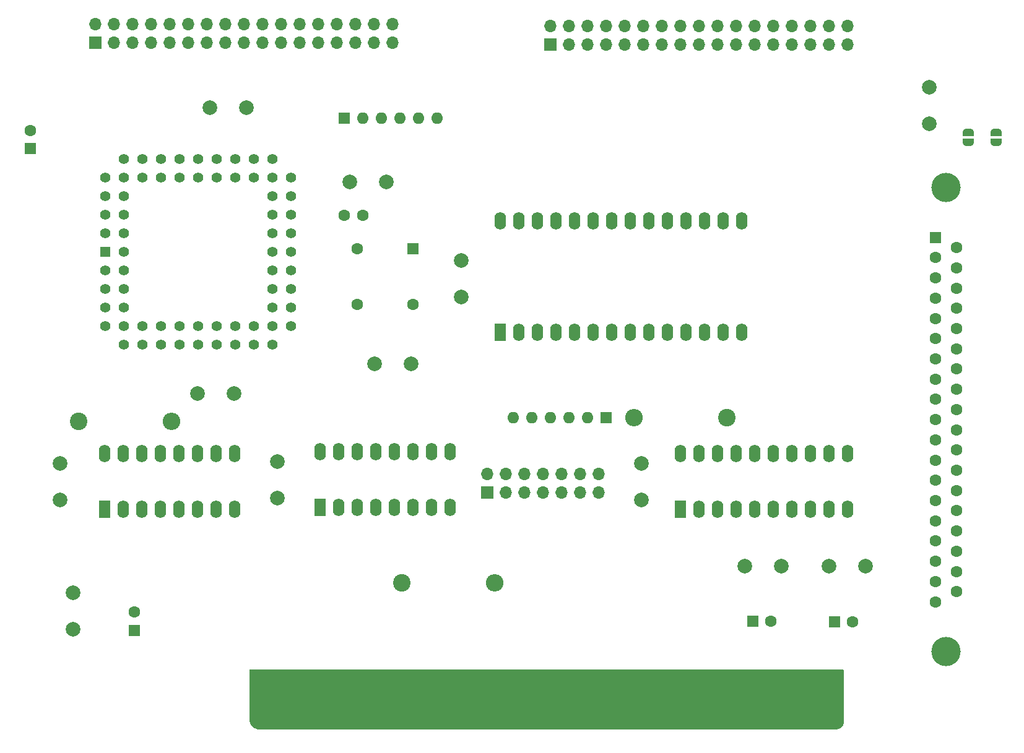
<source format=gbs>
%TF.GenerationSoftware,KiCad,Pcbnew,7.0.10*%
%TF.CreationDate,2024-10-23T16:42:54+13:00*%
%TF.ProjectId,isa_monster_fdc,6973615f-6d6f-46e7-9374-65725f666463,1.0*%
%TF.SameCoordinates,Original*%
%TF.FileFunction,Soldermask,Bot*%
%TF.FilePolarity,Negative*%
%FSLAX46Y46*%
G04 Gerber Fmt 4.6, Leading zero omitted, Abs format (unit mm)*
G04 Created by KiCad (PCBNEW 7.0.10) date 2024-10-23 16:42:54*
%MOMM*%
%LPD*%
G01*
G04 APERTURE LIST*
G04 Aperture macros list*
%AMRoundRect*
0 Rectangle with rounded corners*
0 $1 Rounding radius*
0 $2 $3 $4 $5 $6 $7 $8 $9 X,Y pos of 4 corners*
0 Add a 4 corners polygon primitive as box body*
4,1,4,$2,$3,$4,$5,$6,$7,$8,$9,$2,$3,0*
0 Add four circle primitives for the rounded corners*
1,1,$1+$1,$2,$3*
1,1,$1+$1,$4,$5*
1,1,$1+$1,$6,$7*
1,1,$1+$1,$8,$9*
0 Add four rect primitives between the rounded corners*
20,1,$1+$1,$2,$3,$4,$5,0*
20,1,$1+$1,$4,$5,$6,$7,0*
20,1,$1+$1,$6,$7,$8,$9,0*
20,1,$1+$1,$8,$9,$2,$3,0*%
%AMFreePoly0*
4,1,19,0.500000,-0.750000,0.000000,-0.750000,0.000000,-0.744911,-0.071157,-0.744911,-0.207708,-0.704816,-0.327430,-0.627875,-0.420627,-0.520320,-0.479746,-0.390866,-0.500000,-0.250000,-0.500000,0.250000,-0.479746,0.390866,-0.420627,0.520320,-0.327430,0.627875,-0.207708,0.704816,-0.071157,0.744911,0.000000,0.744911,0.000000,0.750000,0.500000,0.750000,0.500000,-0.750000,0.500000,-0.750000,
$1*%
%AMFreePoly1*
4,1,19,0.000000,0.744911,0.071157,0.744911,0.207708,0.704816,0.327430,0.627875,0.420627,0.520320,0.479746,0.390866,0.500000,0.250000,0.500000,-0.250000,0.479746,-0.390866,0.420627,-0.520320,0.327430,-0.627875,0.207708,-0.704816,0.071157,-0.744911,0.000000,-0.744911,0.000000,-0.750000,-0.500000,-0.750000,-0.500000,0.750000,0.000000,0.750000,0.000000,0.744911,0.000000,0.744911,
$1*%
G04 Aperture macros list end*
%ADD10RoundRect,0.444500X-0.444500X-3.619500X0.444500X-3.619500X0.444500X3.619500X-0.444500X3.619500X0*%
%ADD11C,2.000000*%
%ADD12R,1.600000X1.600000*%
%ADD13C,1.600000*%
%ADD14O,1.600000X1.600000*%
%ADD15C,2.400000*%
%ADD16O,2.400000X2.400000*%
%ADD17R,1.600000X2.400000*%
%ADD18O,1.600000X2.400000*%
%ADD19C,4.000000*%
%ADD20R,1.700000X1.700000*%
%ADD21O,1.700000X1.700000*%
%ADD22R,1.422400X1.422400*%
%ADD23C,1.422400*%
%ADD24FreePoly0,90.000000*%
%ADD25FreePoly1,90.000000*%
G04 APERTURE END LIST*
D10*
%TO.C,BUS1*%
X111760000Y-145732500D03*
X116840000Y-145732500D03*
X137160000Y-145732500D03*
X139700000Y-145732500D03*
X167640000Y-145732500D03*
X175260000Y-145732500D03*
X185420000Y-145732500D03*
X182880000Y-145732500D03*
X180340000Y-145732500D03*
X177800000Y-145732500D03*
X172720000Y-145732500D03*
X170180000Y-145732500D03*
X165100000Y-145732500D03*
X162560000Y-145732500D03*
X160020000Y-145732500D03*
X157480000Y-145732500D03*
X154940000Y-145732500D03*
X152400000Y-145732500D03*
X149860000Y-145732500D03*
X147320000Y-145732500D03*
X144780000Y-145732500D03*
X142240000Y-145732500D03*
X134620000Y-145732500D03*
X132080000Y-145732500D03*
X129540000Y-145732500D03*
X127000000Y-145732500D03*
X124460000Y-145732500D03*
X121920000Y-145732500D03*
X119380000Y-145732500D03*
X114300000Y-145732500D03*
X109220000Y-145732500D03*
%TD*%
D11*
%TO.C,C7*%
X135636000Y-85638000D03*
X135636000Y-90638000D03*
%TD*%
%TO.C,C4*%
X160274000Y-113411000D03*
X160274000Y-118411000D03*
%TD*%
D12*
%TO.C,C13*%
X186690000Y-135128000D03*
D13*
X189190000Y-135128000D03*
%TD*%
D12*
%TO.C,RN1*%
X119634000Y-66167000D03*
D14*
X122174000Y-66167000D03*
X124714000Y-66167000D03*
X127254000Y-66167000D03*
X129794000Y-66167000D03*
X132334000Y-66167000D03*
%TD*%
D15*
%TO.C,R2*%
X127508000Y-129794000D03*
D16*
X140208000Y-129794000D03*
%TD*%
D17*
%TO.C,U4*%
X165613000Y-119721000D03*
D18*
X168153000Y-119721000D03*
X170693000Y-119721000D03*
X173233000Y-119721000D03*
X175773000Y-119721000D03*
X178313000Y-119721000D03*
X180853000Y-119721000D03*
X183393000Y-119721000D03*
X185933000Y-119721000D03*
X188473000Y-119721000D03*
X188473000Y-112101000D03*
X185933000Y-112101000D03*
X183393000Y-112101000D03*
X180853000Y-112101000D03*
X178313000Y-112101000D03*
X175773000Y-112101000D03*
X173233000Y-112101000D03*
X170693000Y-112101000D03*
X168153000Y-112101000D03*
X165613000Y-112101000D03*
%TD*%
D11*
%TO.C,C16*%
X179411000Y-127508000D03*
X174411000Y-127508000D03*
%TD*%
%TO.C,C10*%
X199644000Y-66976000D03*
X199644000Y-61976000D03*
%TD*%
%TO.C,C5*%
X99608000Y-103886000D03*
X104608000Y-103886000D03*
%TD*%
D13*
%TO.C,J3*%
X203373000Y-130987000D03*
X203373000Y-128217000D03*
X203373000Y-125447000D03*
X203373000Y-122677000D03*
X203373000Y-119907000D03*
X203373000Y-117137000D03*
X203373000Y-114367000D03*
X203373000Y-111597000D03*
X203373000Y-108827000D03*
X203373000Y-106057000D03*
X203373000Y-103287000D03*
X203373000Y-100517000D03*
X203373000Y-97747000D03*
X203373000Y-94977000D03*
X203373000Y-92207000D03*
X203373000Y-89437000D03*
X203373000Y-86667000D03*
X203373000Y-83897000D03*
X200533000Y-132372000D03*
X200533000Y-129602000D03*
X200533000Y-126832000D03*
X200533000Y-124062000D03*
X200533000Y-121292000D03*
X200533000Y-118522000D03*
X200533000Y-115752000D03*
X200533000Y-112982000D03*
X200533000Y-110212000D03*
X200533000Y-107442000D03*
X200533000Y-104672000D03*
X200533000Y-101902000D03*
X200533000Y-99132000D03*
X200533000Y-96362000D03*
X200533000Y-93592000D03*
X200533000Y-90822000D03*
X200533000Y-88052000D03*
X200533000Y-85282000D03*
D12*
X200533000Y-82512000D03*
D19*
X201953000Y-75692000D03*
X201953000Y-139192000D03*
%TD*%
D11*
%TO.C,C2*%
X80772000Y-113411000D03*
X80772000Y-118411000D03*
%TD*%
D17*
%TO.C,U3*%
X86868000Y-119721000D03*
D18*
X89408000Y-119721000D03*
X91948000Y-119721000D03*
X94488000Y-119721000D03*
X97028000Y-119721000D03*
X99568000Y-119721000D03*
X102108000Y-119721000D03*
X104648000Y-119721000D03*
X104648000Y-112101000D03*
X102108000Y-112101000D03*
X99568000Y-112101000D03*
X97028000Y-112101000D03*
X94488000Y-112101000D03*
X91948000Y-112101000D03*
X89408000Y-112101000D03*
X86868000Y-112101000D03*
%TD*%
D12*
%TO.C,RN2*%
X155448000Y-107188000D03*
D14*
X152908000Y-107188000D03*
X150368000Y-107188000D03*
X147828000Y-107188000D03*
X145288000Y-107188000D03*
X142748000Y-107188000D03*
%TD*%
D13*
%TO.C,C1*%
X119654000Y-79502000D03*
X122154000Y-79502000D03*
%TD*%
D11*
%TO.C,C6*%
X106259000Y-64770000D03*
X101259000Y-64770000D03*
%TD*%
D20*
%TO.C,J1*%
X85598000Y-55880000D03*
D21*
X85598000Y-53340000D03*
X88138000Y-55880000D03*
X88138000Y-53340000D03*
X90678000Y-55880000D03*
X90678000Y-53340000D03*
X93218000Y-55880000D03*
X93218000Y-53340000D03*
X95758000Y-55880000D03*
X95758000Y-53340000D03*
X98298000Y-55880000D03*
X98298000Y-53340000D03*
X100838000Y-55880000D03*
X100838000Y-53340000D03*
X103378000Y-55880000D03*
X103378000Y-53340000D03*
X105918000Y-55880000D03*
X105918000Y-53340000D03*
X108458000Y-55880000D03*
X108458000Y-53340000D03*
X110998000Y-55880000D03*
X110998000Y-53340000D03*
X113538000Y-55880000D03*
X113538000Y-53340000D03*
X116078000Y-55880000D03*
X116078000Y-53340000D03*
X118618000Y-55880000D03*
X118618000Y-53340000D03*
X121158000Y-55880000D03*
X121158000Y-53340000D03*
X123698000Y-55880000D03*
X123698000Y-53340000D03*
X126238000Y-55880000D03*
X126238000Y-53340000D03*
%TD*%
D11*
%TO.C,C11*%
X82550000Y-136104000D03*
X82550000Y-131104000D03*
%TD*%
D20*
%TO.C,JP3*%
X139192000Y-117435000D03*
D21*
X139192000Y-114895000D03*
X141732000Y-117435000D03*
X141732000Y-114895000D03*
X144272000Y-117435000D03*
X144272000Y-114895000D03*
X146812000Y-117435000D03*
X146812000Y-114895000D03*
X149352000Y-117435000D03*
X149352000Y-114895000D03*
X151892000Y-117435000D03*
X151892000Y-114895000D03*
X154432000Y-117435000D03*
X154432000Y-114895000D03*
%TD*%
D17*
%TO.C,U2*%
X116347000Y-119467000D03*
D18*
X118887000Y-119467000D03*
X121427000Y-119467000D03*
X123967000Y-119467000D03*
X126507000Y-119467000D03*
X129047000Y-119467000D03*
X131587000Y-119467000D03*
X134127000Y-119467000D03*
X134127000Y-111847000D03*
X131587000Y-111847000D03*
X129047000Y-111847000D03*
X126507000Y-111847000D03*
X123967000Y-111847000D03*
X121427000Y-111847000D03*
X118887000Y-111847000D03*
X116347000Y-111847000D03*
%TD*%
D11*
%TO.C,C9*%
X123825000Y-99822000D03*
X128825000Y-99822000D03*
%TD*%
%TO.C,C8*%
X120436000Y-74930000D03*
X125436000Y-74930000D03*
%TD*%
%TO.C,C12*%
X185928000Y-127508000D03*
X190928000Y-127508000D03*
%TD*%
%TO.C,C3*%
X110490000Y-113157000D03*
X110490000Y-118157000D03*
%TD*%
D22*
%TO.C,U1*%
X86995000Y-84455000D03*
D23*
X89535000Y-84455000D03*
X86995000Y-86995000D03*
X89535000Y-86995000D03*
X86995000Y-89535000D03*
X89535000Y-89535000D03*
X86995000Y-92075000D03*
X89535000Y-92075000D03*
X86995000Y-94615000D03*
X89535000Y-97155000D03*
X89535000Y-94615000D03*
X92075000Y-97155000D03*
X92075000Y-94615000D03*
X94615000Y-97155000D03*
X94615000Y-94615000D03*
X97155000Y-97155000D03*
X97155000Y-94615000D03*
X99695000Y-97155000D03*
X99695000Y-94615000D03*
X102235000Y-97155000D03*
X102235000Y-94615000D03*
X104775000Y-97155000D03*
X104775000Y-94615000D03*
X107315000Y-97155000D03*
X107315000Y-94615000D03*
X109855000Y-97155000D03*
X112395000Y-94615000D03*
X109855000Y-94615000D03*
X112395000Y-92075000D03*
X109855000Y-92075000D03*
X112395000Y-89535000D03*
X109855000Y-89535000D03*
X112395000Y-86995000D03*
X109855000Y-86995000D03*
X112395000Y-84455000D03*
X109855000Y-84455000D03*
X112395000Y-81915000D03*
X109855000Y-81915000D03*
X112395000Y-79375000D03*
X109855000Y-79375000D03*
X112395000Y-76835000D03*
X109855000Y-76835000D03*
X112395000Y-74295000D03*
X109855000Y-71755000D03*
X109855000Y-74295000D03*
X107315000Y-71755000D03*
X107315000Y-74295000D03*
X104775000Y-71755000D03*
X104775000Y-74295000D03*
X102235000Y-71755000D03*
X102235000Y-74295000D03*
X99695000Y-71755000D03*
X99695000Y-74295000D03*
X97155000Y-71755000D03*
X97155000Y-74295000D03*
X94615000Y-71755000D03*
X94615000Y-74295000D03*
X92075000Y-71755000D03*
X92075000Y-74295000D03*
X89535000Y-71755000D03*
X86995000Y-74295000D03*
X89535000Y-74295000D03*
X86995000Y-76835000D03*
X89535000Y-76835000D03*
X86995000Y-79375000D03*
X89535000Y-79375000D03*
X86995000Y-81915000D03*
X89535000Y-81915000D03*
%TD*%
D12*
%TO.C,C15*%
X90932000Y-136280651D03*
D13*
X90932000Y-133780651D03*
%TD*%
D12*
%TO.C,C17*%
X175504349Y-135001000D03*
D13*
X178004349Y-135001000D03*
%TD*%
D12*
%TO.C,C14*%
X76708000Y-70358000D03*
D13*
X76708000Y-67858000D03*
%TD*%
D12*
%TO.C,X1*%
X129032000Y-84074000D03*
D13*
X121412000Y-84074000D03*
X121412000Y-91694000D03*
X129032000Y-91694000D03*
%TD*%
D15*
%TO.C,R1*%
X83312000Y-107696000D03*
D16*
X96012000Y-107696000D03*
%TD*%
D20*
%TO.C,J2*%
X147828000Y-56134000D03*
D21*
X147828000Y-53594000D03*
X150368000Y-56134000D03*
X150368000Y-53594000D03*
X152908000Y-56134000D03*
X152908000Y-53594000D03*
X155448000Y-56134000D03*
X155448000Y-53594000D03*
X157988000Y-56134000D03*
X157988000Y-53594000D03*
X160528000Y-56134000D03*
X160528000Y-53594000D03*
X163068000Y-56134000D03*
X163068000Y-53594000D03*
X165608000Y-56134000D03*
X165608000Y-53594000D03*
X168148000Y-56134000D03*
X168148000Y-53594000D03*
X170688000Y-56134000D03*
X170688000Y-53594000D03*
X173228000Y-56134000D03*
X173228000Y-53594000D03*
X175768000Y-56134000D03*
X175768000Y-53594000D03*
X178308000Y-56134000D03*
X178308000Y-53594000D03*
X180848000Y-56134000D03*
X180848000Y-53594000D03*
X183388000Y-56134000D03*
X183388000Y-53594000D03*
X185928000Y-56134000D03*
X185928000Y-53594000D03*
X188468000Y-56134000D03*
X188468000Y-53594000D03*
%TD*%
D15*
%TO.C,R3*%
X171958000Y-107188000D03*
D16*
X159258000Y-107188000D03*
%TD*%
D17*
%TO.C,U5*%
X140970000Y-95504000D03*
D18*
X143510000Y-95504000D03*
X146050000Y-95504000D03*
X148590000Y-95504000D03*
X151130000Y-95504000D03*
X153670000Y-95504000D03*
X156210000Y-95504000D03*
X158750000Y-95504000D03*
X161290000Y-95504000D03*
X163830000Y-95504000D03*
X166370000Y-95504000D03*
X168910000Y-95504000D03*
X171450000Y-95504000D03*
X173990000Y-95504000D03*
X173990000Y-80264000D03*
X171450000Y-80264000D03*
X168910000Y-80264000D03*
X166370000Y-80264000D03*
X163830000Y-80264000D03*
X161290000Y-80264000D03*
X158750000Y-80264000D03*
X156210000Y-80264000D03*
X153670000Y-80264000D03*
X151130000Y-80264000D03*
X148590000Y-80264000D03*
X146050000Y-80264000D03*
X143510000Y-80264000D03*
X140970000Y-80264000D03*
%TD*%
D24*
%TO.C,JP1*%
X204978000Y-69484000D03*
D25*
X204978000Y-68184000D03*
%TD*%
D24*
%TO.C,JP2*%
X208788000Y-69484000D03*
D25*
X208788000Y-68184000D03*
%TD*%
G36*
X187902121Y-141625002D02*
G01*
X187948614Y-141678658D01*
X187960000Y-141731000D01*
X187960000Y-148889357D01*
X187958813Y-148906611D01*
X187945153Y-149005423D01*
X187939401Y-149029406D01*
X187877083Y-149209335D01*
X187866769Y-149231739D01*
X187770592Y-149396082D01*
X187756111Y-149416047D01*
X187629764Y-149558504D01*
X187611671Y-149575266D01*
X187459991Y-149690381D01*
X187438979Y-149703297D01*
X187267781Y-149786658D01*
X187244656Y-149795233D01*
X187060480Y-149843652D01*
X187036174Y-149847556D01*
X186837572Y-149859763D01*
X186829842Y-149860000D01*
X108024512Y-149860000D01*
X108008998Y-149859041D01*
X107863678Y-149841011D01*
X107843698Y-149836867D01*
X107633276Y-149775089D01*
X107614227Y-149767775D01*
X107416528Y-149672839D01*
X107398909Y-149662545D01*
X107219133Y-149536946D01*
X107203407Y-149523944D01*
X107046257Y-149370969D01*
X107032836Y-149355598D01*
X106902447Y-149179273D01*
X106891682Y-149161937D01*
X106791456Y-148966859D01*
X106783632Y-148948014D01*
X106716214Y-148739331D01*
X106711534Y-148719470D01*
X106681422Y-148520714D01*
X106680000Y-148501840D01*
X106680000Y-141731000D01*
X106700002Y-141662879D01*
X106753658Y-141616386D01*
X106806000Y-141605000D01*
X187834000Y-141605000D01*
X187902121Y-141625002D01*
G37*
M02*

</source>
